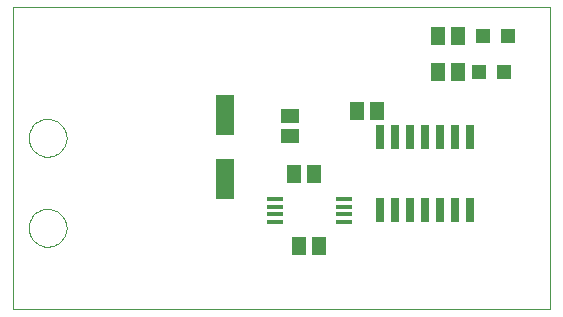
<source format=gtp>
G75*
G70*
%OFA0B0*%
%FSLAX24Y24*%
%IPPOS*%
%LPD*%
%AMOC8*
5,1,8,0,0,1.08239X$1,22.5*
%
%ADD10C,0.0000*%
%ADD11R,0.0260X0.0800*%
%ADD12R,0.0512X0.0591*%
%ADD13R,0.0591X0.0512*%
%ADD14R,0.0630X0.1378*%
%ADD15R,0.0580X0.0140*%
%ADD16R,0.0472X0.0472*%
D10*
X003055Y000150D02*
X003055Y010226D01*
X020925Y010226D01*
X020925Y000150D01*
X003055Y000150D01*
X003565Y002870D02*
X003567Y002920D01*
X003573Y002970D01*
X003583Y003019D01*
X003597Y003067D01*
X003614Y003114D01*
X003635Y003159D01*
X003660Y003203D01*
X003688Y003244D01*
X003720Y003283D01*
X003754Y003320D01*
X003791Y003354D01*
X003831Y003384D01*
X003873Y003411D01*
X003917Y003435D01*
X003963Y003456D01*
X004010Y003472D01*
X004058Y003485D01*
X004108Y003494D01*
X004157Y003499D01*
X004208Y003500D01*
X004258Y003497D01*
X004307Y003490D01*
X004356Y003479D01*
X004404Y003464D01*
X004450Y003446D01*
X004495Y003424D01*
X004538Y003398D01*
X004579Y003369D01*
X004618Y003337D01*
X004654Y003302D01*
X004686Y003264D01*
X004716Y003224D01*
X004743Y003181D01*
X004766Y003137D01*
X004785Y003091D01*
X004801Y003043D01*
X004813Y002994D01*
X004821Y002945D01*
X004825Y002895D01*
X004825Y002845D01*
X004821Y002795D01*
X004813Y002746D01*
X004801Y002697D01*
X004785Y002649D01*
X004766Y002603D01*
X004743Y002559D01*
X004716Y002516D01*
X004686Y002476D01*
X004654Y002438D01*
X004618Y002403D01*
X004579Y002371D01*
X004538Y002342D01*
X004495Y002316D01*
X004450Y002294D01*
X004404Y002276D01*
X004356Y002261D01*
X004307Y002250D01*
X004258Y002243D01*
X004208Y002240D01*
X004157Y002241D01*
X004108Y002246D01*
X004058Y002255D01*
X004010Y002268D01*
X003963Y002284D01*
X003917Y002305D01*
X003873Y002329D01*
X003831Y002356D01*
X003791Y002386D01*
X003754Y002420D01*
X003720Y002457D01*
X003688Y002496D01*
X003660Y002537D01*
X003635Y002581D01*
X003614Y002626D01*
X003597Y002673D01*
X003583Y002721D01*
X003573Y002770D01*
X003567Y002820D01*
X003565Y002870D01*
X003565Y005870D02*
X003567Y005920D01*
X003573Y005970D01*
X003583Y006019D01*
X003597Y006067D01*
X003614Y006114D01*
X003635Y006159D01*
X003660Y006203D01*
X003688Y006244D01*
X003720Y006283D01*
X003754Y006320D01*
X003791Y006354D01*
X003831Y006384D01*
X003873Y006411D01*
X003917Y006435D01*
X003963Y006456D01*
X004010Y006472D01*
X004058Y006485D01*
X004108Y006494D01*
X004157Y006499D01*
X004208Y006500D01*
X004258Y006497D01*
X004307Y006490D01*
X004356Y006479D01*
X004404Y006464D01*
X004450Y006446D01*
X004495Y006424D01*
X004538Y006398D01*
X004579Y006369D01*
X004618Y006337D01*
X004654Y006302D01*
X004686Y006264D01*
X004716Y006224D01*
X004743Y006181D01*
X004766Y006137D01*
X004785Y006091D01*
X004801Y006043D01*
X004813Y005994D01*
X004821Y005945D01*
X004825Y005895D01*
X004825Y005845D01*
X004821Y005795D01*
X004813Y005746D01*
X004801Y005697D01*
X004785Y005649D01*
X004766Y005603D01*
X004743Y005559D01*
X004716Y005516D01*
X004686Y005476D01*
X004654Y005438D01*
X004618Y005403D01*
X004579Y005371D01*
X004538Y005342D01*
X004495Y005316D01*
X004450Y005294D01*
X004404Y005276D01*
X004356Y005261D01*
X004307Y005250D01*
X004258Y005243D01*
X004208Y005240D01*
X004157Y005241D01*
X004108Y005246D01*
X004058Y005255D01*
X004010Y005268D01*
X003963Y005284D01*
X003917Y005305D01*
X003873Y005329D01*
X003831Y005356D01*
X003791Y005386D01*
X003754Y005420D01*
X003720Y005457D01*
X003688Y005496D01*
X003660Y005537D01*
X003635Y005581D01*
X003614Y005626D01*
X003597Y005673D01*
X003583Y005721D01*
X003573Y005770D01*
X003567Y005820D01*
X003565Y005870D01*
D11*
X015275Y005900D03*
X015775Y005900D03*
X016275Y005900D03*
X016775Y005900D03*
X017275Y005900D03*
X017775Y005900D03*
X018275Y005900D03*
X018275Y003480D03*
X017775Y003480D03*
X017275Y003480D03*
X016775Y003480D03*
X016275Y003480D03*
X015775Y003480D03*
X015275Y003480D03*
D12*
X013090Y004650D03*
X012420Y004650D03*
X014500Y006770D03*
X015170Y006770D03*
X017220Y008070D03*
X017890Y008070D03*
X017890Y009250D03*
X017220Y009250D03*
X013250Y002270D03*
X012580Y002270D03*
D13*
X012275Y005915D03*
X012275Y006585D03*
D14*
X010095Y006633D03*
X010095Y004507D03*
D15*
X011765Y003830D03*
X011765Y003580D03*
X011765Y003320D03*
X011765Y003070D03*
X014065Y003070D03*
X014065Y003320D03*
X014065Y003580D03*
X014065Y003830D03*
D16*
X018582Y008070D03*
X019409Y008070D03*
X019529Y009250D03*
X018702Y009250D03*
M02*

</source>
